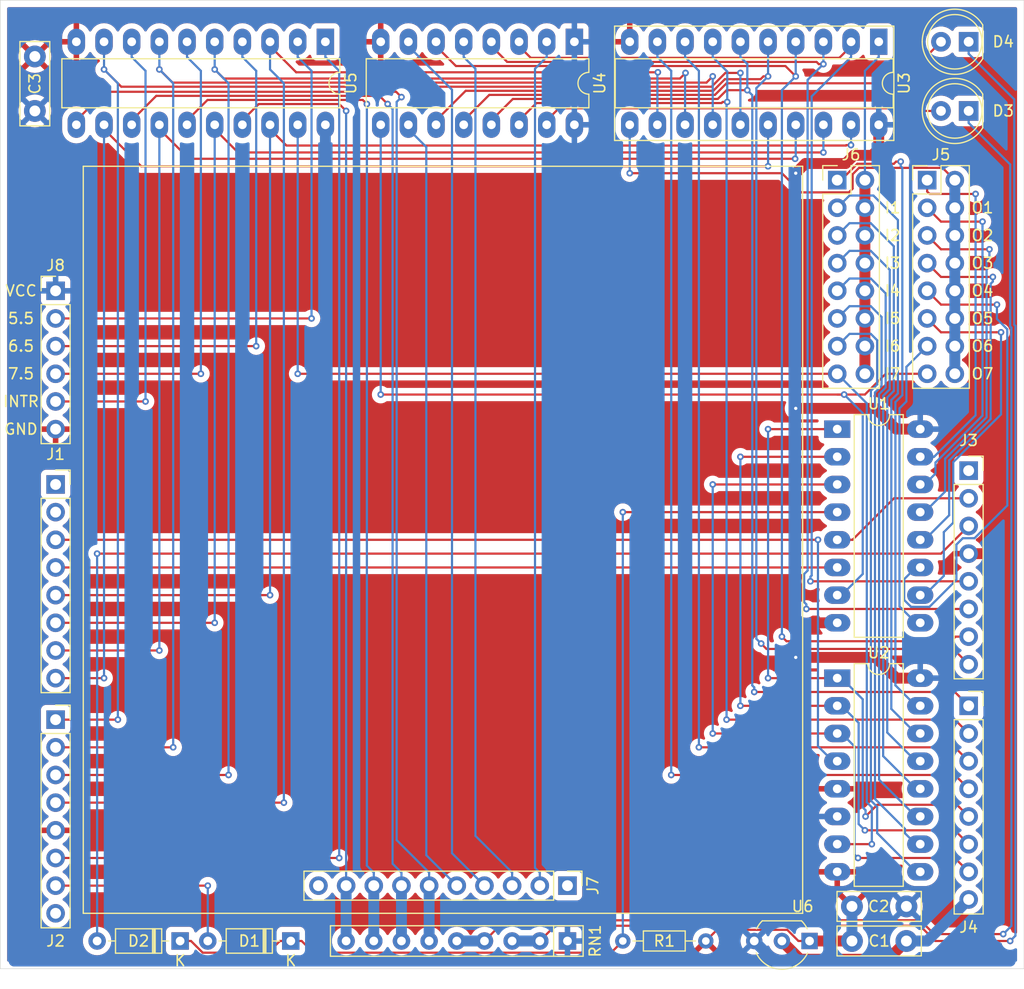
<source format=kicad_pcb>
(kicad_pcb (version 20211014) (generator pcbnew)
  (title_block (title "Novasaur Expansion Prototype") (date "2022-05-19") (rev "3") (company "Solid-state Machines") (comment 1 "Copyright (c) 2022"))
  (layers (0 "F.Cu" signal) (31 "B.Cu" signal) (37 "F.SilkS" user "F.Silkscreen") (38 "B.Mask" user) (39 "F.Mask" user) (44 "Edge.Cuts" user))
  (net 0 "")
  (net 2 "Net-(J6-Pad10)")
  (net 3 "Net-(J6-Pad9)")
  (net 4 "Net-(J6-Pad7)")
  (net 5 "Net-(J6-Pad1)")
  (net 6 "Net-(D1-Pad1)")
  (net 7 "1")
  (net 8 "C1")
  (net 9 "C3")
  (net 10 "Net-(D3-Pad2)")
  (net 11 "Net-(D3-Pad1)")
  (net 12 "Net-(D4-Pad2)")
  (net 13 "Net-(D4-Pad1)")
  (net 14 "~{eoe}")
  (net 15 "~{ioe}")
  (net 16 "C0")
  (net 17 "C9")
  (net 18 "C8")
  (net 19 "DD7")
  (net 20 "DD6")
  (net 21 "DD5")
  (net 22 "DD4")
  (net 23 "DD3")
  (net 24 "DD2")
  (net 25 "DD1")
  (net 26 "DD0")
  (net 27 "~{exec}")
  (net 28 "qclk")
  (net 29 "/INTR")
  (net 30 "/RST7.5")
  (net 31 "/RST6.5")
  (net 32 "/RST5.5")
  (net 33 "Net-(J6-Pad5)")
  (net 34 "Net-(J6-Pad3)")
  (net 35 "Net-(C1-Pad1)")
  (net 36 "PD7")
  (net 37 "PD6")
  (net 38 "PD5")
  (net 39 "PD4")
  (net 40 "PD3")
  (net 41 "PD2")
  (net 42 "PD1")
  (net 43 "PD0")
  (net 44 "~{kbdoe}")
  (net 45 "kbdcp")
  (net 48 "Net-(J5-Pad10)")
  (net 49 "Net-(J5-Pad13)")
  (net 50 "Net-(J5-Pad11)")
  (net 51 "Net-(J5-Pad9)")
  (net 52 "Net-(J5-Pad7)")
  (net 53 "Net-(J5-Pad5)")
  (net 54 "Net-(J5-Pad3)")
  (net 55 "Net-(J5-Pad1)")
  (net 56 "Net-(J6-Pad13)")
  (net 57 "Net-(J6-Pad11)")
  (net 59 "Net-(J7-Pad9)")
  (net 60 "Net-(J7-Pad8)")
  (net 61 "Net-(J7-Pad7)")
  (net 62 "Net-(J7-Pad6)")
  (net 63 "Net-(J7-Pad5)")
  (net 64 "Net-(J7-Pad4)")
  (net 65 "Net-(J7-Pad3)")
  (net 66 "Net-(J7-Pad2)")
  (net 68 "0")
  (footprint "Connector_PinHeader_2.54mm:PinHeader_1x10_P2.54mm_Vertical" (layer "F.Cu") (at 146.685 133.985 -90)
    (fp_text reference "J7")
    (fp_text value "KEYPAD")
  )
  (footprint "Connector_PinHeader_2.54mm:PinHeader_1x06_P2.54mm_Vertical" (layer "F.Cu") (at 99.695 79.375)
    (fp_text reference "J8")
    (fp_text value "INTR")
  )
  (footprint "Capacitor_THT:C_Disc_D7.5mm_W2.5mm_P5.00mm" (layer "F.Cu") (at 177.8 135.89 180)
    (fp_text reference "C2")
    (fp_text value "1u")
  )
  (footprint "Capacitor_THT:C_Disc_D7.5mm_W2.5mm_P5.00mm" (layer "F.Cu") (at 97.79 62.865 90)
    (fp_text reference "C3")
    (fp_text value "0.1u")
  )
  (footprint "Diode_THT:D_DO-35_SOD27_P7.62mm_Horizontal" (layer "F.Cu") (at 121.285 139.065 180)
    (fp_text reference "D1")
    (fp_text value "D_Schottky_Small_ALT")
  )
  (footprint "Diode_THT:D_DO-35_SOD27_P7.62mm_Horizontal" (layer "F.Cu") (at 111.125 139.065 180)
    (fp_text reference "D2")
    (fp_text value "D_Schottky_Small_ALT")
  )
  (footprint "LED_THT:LED_D5.0mm" (layer "F.Cu") (at 183.515 62.865 180)
    (fp_text reference "D3")
    (fp_text value "~O7.4")
  )
  (footprint "LED_THT:LED_D5.0mm" (layer "F.Cu") (at 183.515 56.515 180)
    (fp_text reference "D4")
    (fp_text value "~O7.5")
  )
  (footprint "Connector_PinHeader_2.54mm:PinHeader_2x08_P2.54mm_Vertical" (layer "F.Cu") (at 171.45 69.215)
    (fp_text reference "J6")
    (fp_text value "On")
  )
  (footprint "Connector_PinHeader_2.54mm:PinHeader_2x08_P2.54mm_Vertical" (layer "F.Cu") (at 179.705 69.215)
    (fp_text reference "J5")
    (fp_text value "On")
  )
  (footprint "Resistor_THT:R_Array_SIP9" (layer "F.Cu") (at 146.685 139.065 180)
    (fp_text reference "RN1")
    (fp_text value "680")
  )
  (footprint "Package_DIP:DIP-16_W7.62mm_LongPads" (layer "F.Cu") (at 171.45 114.935)
    (fp_text reference "U2")
    (fp_text value "74F138")
  )
  (footprint "Package_DIP:DIP-16_W7.62mm_LongPads" (layer "F.Cu") (at 171.45 92.075)
    (fp_text reference "U1")
    (fp_text value "74F138")
  )
  (footprint "Package_DIP:DIP-20_W7.62mm_Socket_LongPads" (layer "F.Cu") (at 175.26 56.515 -90)
    (fp_text reference "U3")
    (fp_text value "74F574")
  )
  (footprint "Package_DIP:DIP-20_W7.62mm_LongPads" (layer "F.Cu") (at 124.46 56.515 -90)
    (fp_text reference "U5")
    (fp_text value "74F244")
  )
  (footprint "Package_DIP:DIP-16_W7.62mm_LongPads" (layer "F.Cu") (at 147.32 56.515 -90)
    (fp_text reference "U4")
    (fp_text value "74F174")
  )
  (footprint "Resistor_THT:R_Axial_DIN0204_L3.6mm_D1.6mm_P7.62mm_Horizontal" (layer "F.Cu") (at 159.385 139.065 180)
    (fp_text reference "R1")
    (fp_text value "1K")
  )
  (footprint "Capacitor_THT:C_Disc_D7.5mm_W2.5mm_P5.00mm" (layer "F.Cu") (at 177.8 139.065 180)
    (fp_text reference "C1")
    (fp_text value "1u")
  )
  (footprint "Package_TO_SOT_THT:TO-92_Inline_Wide" (layer "F.Cu") (at 168.91 139.065 180)
    (fp_text reference "U6")
    (fp_text value "MCP1702-5002E")
  )
  (footprint "Connector_PinSocket_2.54mm:PinSocket_1x08_P2.54mm_Vertical" (layer "F.Cu") (at 99.695 97.155)
    (fp_text reference "J1")
    (fp_text value "IN")
  )
  (footprint "Connector_PinSocket_2.54mm:PinSocket_1x08_P2.54mm_Vertical" (layer "F.Cu") (at 99.695 118.745)
    (fp_text reference "J2")
    (fp_text value "IN")
  )
  (footprint "Connector_PinSocket_2.54mm:PinSocket_1x08_P2.54mm_Vertical" (layer "F.Cu") (at 183.515 95.885)
    (fp_text reference "J3")
    (fp_text value "OUT")
  )
  (footprint "Connector_PinSocket_2.54mm:PinSocket_1x08_P2.54mm_Vertical" (layer "F.Cu") (at 183.515 117.475)
    (fp_text reference "J4")
    (fp_text value "OUT")
  )
  (gr_line (start 102.235 136.525) (end 102.235 67.945) (layer "F.SilkS") (width 0.12))
  (gr_line (start 168.275 67.945) (end 102.235 67.945) (layer "F.SilkS") (width 0.12))
  (gr_line (start 168.275 136.525) (end 102.235 136.525) (layer "F.SilkS") (width 0.12))
  (gr_line (start 168.275 136.525) (end 168.275 67.945) (layer "F.SilkS") (width 0.12))
  (gr_line (start 94.615 52.705) (end 94.615 141.605) (layer "Edge.Cuts") (width 0.05))
  (gr_line (start 94.615 52.705) (end 188.595 52.705) (layer "Edge.Cuts") (width 0.05))
  (gr_line (start 188.595 52.705) (end 188.595 141.605) (layer "Edge.Cuts") (width 0.05))
  (gr_line (start 94.615 141.605) (end 188.595 141.605) (layer "Edge.Cuts") (width 0.05))
  (gr_text "INTR" (at 96.52 89.535) (layer "F.SilkS") (effects (font (size 1 1))))
  (gr_text "VCC" (at 96.52 79.375) (layer "F.SilkS") (effects (font (size 1 1))))
  (gr_text "O1" (at 184.785 71.755) (layer "F.SilkS") (effects (font (size 1 1))))
  (gr_text "6.5" (at 96.52 84.455) (layer "F.SilkS") (effects (font (size 1 1))))
  (gr_text "I1\n" (at 176.53 71.755) (layer "F.SilkS") (effects (font (size 1 1))))
  (gr_text "I4" (at 176.53 79.375) (layer "F.SilkS") (effects (font (size 1 1))))
  (gr_text "O7" (at 184.785 86.995) (layer "F.SilkS") (effects (font (size 1 1))))
  (gr_text "O5" (at 184.785 81.915) (layer "F.SilkS") (effects (font (size 1 1))))
  (gr_text "O2" (at 184.785 74.295) (layer "F.SilkS") (effects (font (size 1 1))))
  (gr_text "O3" (at 184.785 76.835) (layer "F.SilkS") (effects (font (size 1 1))))
  (gr_text "7.5" (at 96.52 86.995) (layer "F.SilkS") (effects (font (size 1 1))))
  (gr_text "I6" (at 176.53 84.455) (layer "F.SilkS") (effects (font (size 1 1))))
  (gr_text "I2" (at 176.53 74.295) (layer "F.SilkS") (effects (font (size 1 1))))
  (gr_text "I7" (at 176.53 86.995) (layer "F.SilkS") (effects (font (size 1 1))))
  (gr_text "5.5" (at 96.52 81.915) (layer "F.SilkS") (effects (font (size 1 1))))
  (gr_text "I3" (at 176.53 76.835) (layer "F.SilkS") (effects (font (size 1 1))))
  (gr_text "GND" (at 96.52 92.075) (layer "F.SilkS") (effects (font (size 1 1))))
  (gr_text "O6" (at 184.785 84.455) (layer "F.SilkS") (effects (font (size 1 1))))
  (gr_text "I5" (at 176.53 81.915) (layer "F.SilkS") (effects (font (size 1 1))))
  (gr_text "O4" (at 184.785 79.375) (layer "F.SilkS") (effects (font (size 1 1))))
  (segment (start 173.99 81.915) (end 173.99 84.455) (width 1) (layer "F.Cu") (net 2))
  (segment (start 173.99 74.295) (end 173.99 76.835) (width 1) (layer "F.Cu") (net 2))
  (segment (start 173.99 69.215) (end 173.99 71.755) (width 1) (layer "F.Cu") (net 2))
  (segment (start 173.99 86.995) (end 173.99 84.455) (width 1) (layer "F.Cu") (net 2))
  (segment (start 173.99 79.375) (end 173.99 81.915) (width 1) (layer "F.Cu") (net 2))
  (segment (start 173.99 76.835) (end 173.99 79.375) (width 1) (layer "F.Cu") (net 2))
  (segment (start 173.99 71.755) (end 173.99 74.295) (width 1) (layer "F.Cu") (net 2))
  (segment (start 173.99 68.012919) (end 173.99 69.215) (width 0.2) (layer "B.Cu") (net 2))
  (segment (start 173.99 59.185) (end 173.99 68.012919) (width 0.2) (layer "B.Cu") (net 2))
  (segment (start 175.26 57.915) (end 173.99 59.185) (width 0.2) (layer "B.Cu") (net 2))
  (segment (start 175.26 56.515) (end 175.26 57.915) (width 0.2) (layer "B.Cu") (net 2))
  (segment (start 178.67 127.635) (end 175.289945 124.254945) (width 0.2) (layer "B.Cu") (net 3))
  (segment (start 174.530001 78.249999) (end 172.575001 78.249999) (width 0.2) (layer "B.Cu") (net 3))
  (segment (start 175.289945 88.862991) (end 175.895 88.257936) (width 0.2) (layer "B.Cu") (net 3))
  (segment (start 175.895 88.257936) (end 175.895 79.614998) (width 0.2) (layer "B.Cu") (net 3))
  (segment (start 172.575001 78.249999) (end 172.299999 78.525001) (width 0.2) (layer "B.Cu") (net 3))
  (segment (start 175.289945 124.254945) (end 175.289945 88.862991) (width 0.2) (layer "B.Cu") (net 3))
  (segment (start 175.895 79.614998) (end 174.530001 78.249999) (width 0.2) (layer "B.Cu") (net 3))
  (segment (start 179.07 127.635) (end 178.67 127.635) (width 0.2) (layer "B.Cu") (net 3))
  (segment (start 172.299999 78.525001) (end 171.45 79.375) (width 0.2) (layer "B.Cu") (net 3))
  (segment (start 178.67 125.095) (end 175.664956 122.089956) (width 0.2) (layer "B.Cu") (net 4))
  (segment (start 176.270011 88.413271) (end 176.270011 77.450009) (width 0.2) (layer "B.Cu") (net 4))
  (segment (start 174.530001 75.709999) (end 172.575001 75.709999) (width 0.2) (layer "B.Cu") (net 4))
  (segment (start 179.07 125.095) (end 178.67 125.095) (width 0.2) (layer "B.Cu") (net 4))
  (segment (start 176.270011 77.450009) (end 174.530001 75.709999) (width 0.2) (layer "B.Cu") (net 4))
  (segment (start 172.575001 75.709999) (end 172.299999 75.985001) (width 0.2) (layer "B.Cu") (net 4))
  (segment (start 175.664956 122.089956) (end 175.664956 89.018326) (width 0.2) (layer "B.Cu") (net 4))
  (segment (start 172.299999 75.985001) (end 171.45 76.835) (width 0.2) (layer "B.Cu") (net 4))
  (segment (start 175.664956 89.018326) (end 176.270011 88.413271) (width 0.2) (layer "B.Cu") (net 4))
  (segment (start 171.794653 69.215) (end 173.294665 67.714988) (width 0.2) (layer "F.Cu") (net 5))
  (segment (start 171.45 69.215) (end 171.794653 69.215) (width 0.2) (layer "F.Cu") (net 5))
  (segment (start 173.294665 67.714988) (end 176.651438 67.714988) (width 0.2) (layer "F.Cu") (net 5))
  (segment (start 176.651438 67.714988) (end 176.851437 67.514989) (width 0.2) (layer "F.Cu") (net 5))
  (segment (start 176.851437 67.514989) (end 177.275701 67.514989) (width 0.2) (layer "F.Cu") (net 5))
  (via (at 177.275701 67.514989) (size 0.6) (drill 0.3) (layers "F.Cu" "B.Cu") (net 5))
  (segment (start 177.275701 67.939253) (end 177.275701 67.514989) (width 0.2) (layer "B.Cu") (net 5))
  (segment (start 177.424989 68.088541) (end 177.275701 67.939253) (width 0.2) (layer "B.Cu") (net 5))
  (segment (start 179.07 117.475) (end 178.67 117.475) (width 0.2) (layer "B.Cu") (net 5))
  (segment (start 176.789989 89.59666) (end 177.424989 88.96166) (width 0.2) (layer "B.Cu") (net 5))
  (segment (start 178.67 117.475) (end 176.789989 115.594989) (width 0.2) (layer "B.Cu") (net 5))
  (segment (start 177.424989 88.96166) (end 177.424989 68.088541) (width 0.2) (layer "B.Cu") (net 5))
  (segment (start 176.789989 115.594989) (end 176.789989 89.59666) (width 0.2) (layer "B.Cu") (net 5))
  (segment (start 151.765 139.065) (end 150.689999 140.140001) (width 0.2) (layer "F.Cu") (net 6))
  (segment (start 151.765 99.695) (end 171.45 99.695) (width 0.2) (layer "F.Cu") (net 6))
  (segment (start 112.125 139.065) (end 113.200001 140.140001) (width 0.2) (layer "F.Cu") (net 6))
  (segment (start 119.209999 140.140001) (end 120.285 139.065) (width 0.2) (layer "F.Cu") (net 6))
  (segment (start 123.360001 140.140001) (end 122.285 139.065) (width 0.2) (layer "F.Cu") (net 6))
  (segment (start 122.285 139.065) (end 121.285 139.065) (width 0.2) (layer "F.Cu") (net 6))
  (segment (start 111.125 139.065) (end 112.125 139.065) (width 0.2) (layer "F.Cu") (net 6))
  (segment (start 150.689999 140.140001) (end 123.360001 140.140001) (width 0.2) (layer "F.Cu") (net 6))
  (segment (start 120.285 139.065) (end 121.285 139.065) (width 0.2) (layer "F.Cu") (net 6))
  (segment (start 113.200001 140.140001) (end 119.209999 140.140001) (width 0.2) (layer "F.Cu") (net 6))
  (via (at 151.765 99.695) (size 0.6) (drill 0.3) (layers "F.Cu" "B.Cu") (net 6))
  (segment (start 151.765 139.065) (end 151.765 99.695) (width 0.2) (layer "B.Cu") (net 6))
  (segment (start 172.223623 67.689999) (end 168.530001 67.689999) (width 1) (layer "F.Cu") (net 7))
  (segment (start 168.530001 67.689999) (end 167.64 68.58) (width 1) (layer "F.Cu") (net 7))
  (segment (start 174.965 113.03) (end 176.87 114.935) (width 1) (layer "F.Cu") (net 7))
  (segment (start 175.26 64.135) (end 175.26 66.335) (width 1) (layer "F.Cu") (net 7))
  (segment (start 176.87 92.075) (end 174.965 90.17) (width 1) (layer "F.Cu") (net 7))
  (segment (start 167.64 90.17) (end 174.965 90.17) (width 1) (layer "F.Cu") (net 7))
  (segment (start 174.655023 66.939977) (end 172.973645 66.939977) (width 1) (layer "F.Cu") (net 7))
  (segment (start 175.26 66.335) (end 174.655023 66.939977) (width 1) (layer "F.Cu") (net 7))
  (segment (start 172.973645 66.939977) (end 172.223623 67.689999) (width 1) (layer "F.Cu") (net 7))
  (segment (start 176.87 114.935) (end 179.07 114.935) (width 1) (layer "F.Cu") (net 7))
  (segment (start 167.64 113.03) (end 174.965 113.03) (width 1) (layer "F.Cu") (net 7))
  (segment (start 179.07 92.075) (end 176.87 92.075) (width 1) (layer "F.Cu") (net 7))
  (via (at 167.64 90.17) (size 0.6) (drill 0.3) (layers "F.Cu" "B.Cu") (net 7))
  (via (at 167.64 68.58) (size 0.6) (drill 0.3) (layers "F.Cu" "B.Cu") (net 7))
  (via (at 167.64 113.03) (size 0.6) (drill 0.3) (layers "F.Cu" "B.Cu") (net 7))
  (segment (start 163.83 139.065) (end 165.66999 140.90499) (width 1) (layer "B.Cu") (net 7))
  (segment (start 124.46 64.135) (end 124.46 66.675) (width 1) (layer "B.Cu") (net 7))
  (segment (start 95.885 140.90499) (end 165.66999 140.90499) (width 1) (layer "B.Cu") (net 7))
  (segment (start 167.64 68.58) (end 167.64 90.17) (width 1) (layer "B.Cu") (net 7))
  (segment (start 167.64 90.17) (end 167.64 113.03) (width 1) (layer "B.Cu") (net 7))
  (segment (start 165.66999 140.90499) (end 187.325 140.90499) (width 1) (layer "B.Cu") (net 7))
  (segment (start 99.695 133.985) (end 113.665 133.985) (width 0.2) (layer "F.Cu") (net 8))
  (via (at 113.665 133.985) (size 0.6) (drill 0.3) (layers "F.Cu" "B.Cu") (net 8))
  (segment (start 113.665 133.985) (end 113.665 139.065) (width 0.2) (layer "B.Cu") (net 8))
  (segment (start 99.695 104.775) (end 171.45 104.775) (width 0.2) (layer "F.Cu") (net 9))
  (segment (start 144.78 63.735) (end 145.898889 62.616111) (width 0.2) (layer "F.Cu") (net 10))
  (segment (start 177.165 62.865) (end 179.702208 62.865) (width 0.2) (layer "F.Cu") (net 10))
  (segment (start 176.916111 62.616111) (end 177.165 62.865) (width 0.2) (layer "F.Cu") (net 10))
  (segment (start 145.898889 62.616111) (end 176.916111 62.616111) (width 0.2) (layer "F.Cu") (net 10))
  (segment (start 144.78 64.135) (end 144.78 63.735) (width 0.2) (layer "F.Cu") (net 10))
  (segment (start 179.702208 62.865) (end 180.975 62.865) (width 0.2) (layer "F.Cu") (net 10))
  (segment (start 179.075001 137.165001) (end 140.964999 137.165001) (width 0.2) (layer "F.Cu") (net 11))
  (segment (start 139.065 139.065) (end 140.964999 137.165001) (width 0.2) (layer "F.Cu") (net 11))
  (segment (start 186.69 138.43) (end 180.34 138.43) (width 0.2) (layer "F.Cu") (net 11))
  (segment (start 180.34 138.43) (end 179.075001 137.165001) (width 0.2) (layer "F.Cu") (net 11))
  (via (at 186.69 138.43) (size 0.6) (drill 0.3) (layers "F.Cu" "B.Cu") (net 11))
  (segment (start 187.435055 137.684945) (end 186.69 138.43) (width 0.2) (layer "B.Cu") (net 11))
  (segment (start 183.515 62.865) (end 183.515 63.965) (width 0.2) (layer "B.Cu") (net 11))
  (segment (start 136.525 139.065) (end 139.065 139.065) (width 1) (layer "B.Cu") (net 11))
  (segment (start 187.435055 82.753665) (end 187.435055 137.684945) (width 0.2) (layer "B.Cu") (net 11))
  (segment (start 187.325 67.775) (end 187.325 82.64361) (width 0.2) (layer "B.Cu") (net 11))
  (segment (start 183.515 63.965) (end 187.325 67.775) (width 0.2) (layer "B.Cu") (net 11))
  (segment (start 187.325 82.64361) (end 187.435055 82.753665) (width 0.2) (layer "B.Cu") (net 11))
  (segment (start 180.075001 57.414999) (end 180.975 56.515) (width 0.2) (layer "F.Cu") (net 12))
  (segment (start 137.16 64.135) (end 137.16 63.735) (width 0.2) (layer "F.Cu") (net 12))
  (segment (start 161.29 60.325) (end 177.165 60.325) (width 0.2) (layer "F.Cu") (net 12))
  (segment (start 137.16 63.735) (end 139.504912 61.390088) (width 0.2) (layer "F.Cu") (net 12))
  (segment (start 160.224912 61.390088) (end 161.29 60.325) (width 0.2) (layer "F.Cu") (net 12))
  (segment (start 177.165 60.325) (end 180.075001 57.414999) (width 0.2) (layer "F.Cu") (net 12))
  (segment (start 139.504912 61.390088) (end 160.224912 61.390088) (width 0.2) (layer "F.Cu") (net 12))
  (segment (start 180.444656 139.065) (end 179.044644 137.664988) (width 0.2) (layer "F.Cu") (net 13))
  (segment (start 145.545012 137.664988) (end 144.145 139.065) (width 0.2) (layer "F.Cu") (net 13))
  (segment (start 179.044644 137.664988) (end 145.545012 137.664988) (width 0.2) (layer "F.Cu") (net 13))
  (segment (start 187.325 139.065) (end 180.444656 139.065) (width 0.2) (layer "F.Cu") (net 13))
  (via (at 187.325 139.065) (size 0.6) (drill 0.3) (layers "F.Cu" "B.Cu") (net 13))
  (segment (start 187.700011 82.488276) (end 187.810066 82.598331) (width 0.2) (layer "B.Cu") (net 13))
  (segment (start 187.810066 82.598331) (end 187.810066 138.579934) (width 0.2) (layer "B.Cu") (net 13))
  (segment (start 183.515 56.515) (end 183.515 57.615) (width 0.2) (layer "B.Cu") (net 13))
  (segment (start 187.810066 138.579934) (end 187.325 139.065) (width 0.2) (layer "B.Cu") (net 13))
  (segment (start 183.515 57.615) (end 187.700011 61.800011) (width 0.2) (layer "B.Cu") (net 13))
  (segment (start 141.605 139.065) (end 144.145 139.065) (width 1) (layer "B.Cu") (net 13))
  (segment (start 187.700011 61.800011) (end 187.700011 82.488276) (width 0.2) (layer "B.Cu") (net 13))
  (segment (start 99.695 131.445) (end 125.73 131.445) (width 0.2) (layer "F.Cu") (net 14))
  (via (at 125.73 131.445) (size 0.6) (drill 0.3) (layers "F.Cu" "B.Cu") (net 14))
  (segment (start 125.73 59.185) (end 124.46 57.915) (width 0.2) (layer "B.Cu") (net 14))
  (segment (start 124.46 57.915) (end 124.46 56.515) (width 0.2) (layer "B.Cu") (net 14))
  (segment (start 125.73 131.445) (end 125.73 59.185) (width 0.2) (layer "B.Cu") (net 14))
  (segment (start 169.674259 102.235) (end 169.68 102.229259) (width 0.2) (layer "F.Cu") (net 15))
  (segment (start 99.695 102.235) (end 169.674259 102.235) (width 0.2) (layer "F.Cu") (net 15))
  (via (at 169.68 102.229259) (size 0.6) (drill 0.3) (layers "F.Cu" "B.Cu") (net 15))
  (segment (start 169.68 102.229259) (end 169.68 121.185) (width 0.2) (layer "B.Cu") (net 15))
  (segment (start 169.68 121.185) (end 171.05 122.555) (width 0.2) (layer "B.Cu") (net 15))
  (segment (start 171.05 122.555) (end 171.45 122.555) (width 0.2) (layer "B.Cu") (net 15))
  (segment (start 173.355 131.445) (end 182.245 131.445) (width 0.2) (layer "F.Cu") (net 16))
  (segment (start 160.02 120.015) (end 171.45 120.015) (width 0.2) (layer "F.Cu") (net 16))
  (segment (start 182.245 131.445) (end 183.515 132.715) (width 0.2) (layer "F.Cu") (net 16))
  (segment (start 171.45 97.155) (end 160.02 97.155) (width 0.2) (layer "F.Cu") (net 16))
  (via (at 160.02 120.015) (size 0.6) (drill 0.3) (layers "F.Cu" "B.Cu") (net 16))
  (via (at 160.02 97.155) (size 0.6) (drill 0.3) (layers "F.Cu" "B.Cu") (net 16))
  (via (at 173.355 131.445) (size 0.6) (drill 0.3) (layers "F.Cu" "B.Cu") (net 16))
  (segment (start 171.45 120.015) (end 171.85 120.015) (width 0.2) (layer "B.Cu") (net 16))
  (segment (start 173.039879 121.204879) (end 173.039879 131.129879) (width 0.2) (layer "B.Cu") (net 16))
  (segment (start 173.039879 131.129879) (end 173.055001 131.145001) (width 0.2) (layer "B.Cu") (net 16))
  (segment (start 171.85 120.015) (end 173.039879 121.204879) (width 0.2) (layer "B.Cu") (net 16))
  (segment (start 173.055001 131.145001) (end 173.355 131.445) (width 0.2) (layer "B.Cu") (net 16))
  (segment (start 160.02 97.155) (end 160.02 120.015) (width 0.2) (layer "B.Cu") (net 16))
  (segment (start 162.56 94.615) (end 171.45 94.615) (width 0.2) (layer "F.Cu") (net 17))
  (segment (start 173.99 128.905) (end 182.245 128.905) (width 0.2) (layer "F.Cu") (net 17))
  (segment (start 171.45 117.475) (end 162.56 117.475) (width 0.2) (layer "F.Cu") (net 17))
  (segment (start 182.245 128.905) (end 183.515 130.175) (width 0.2) (layer "F.Cu") (net 17))
  (via (at 173.99 128.905) (size 0.6) (drill 0.3) (layers "F.Cu" "B.Cu") (net 17))
  (via (at 162.56 94.615) (size 0.6) (drill 0.3) (layers "F.Cu" "B.Cu") (net 17))
  (via (at 162.56 117.475) (size 0.6) (drill 0.3) (layers "F.Cu" "B.Cu") (net 17))
  (segment (start 171.45 117.475) (end 171.85 117.475) (width 0.2) (layer "B.Cu") (net 17))
  (segment (start 173.99 128.905) (end 173.41489 128.32989) (width 0.2) (layer "B.Cu") (net 17))
  (segment (start 171.85 117.475) (end 173.41489 119.03989) (width 0.2) (layer "B.Cu") (net 17))
  (segment (start 173.41489 119.03989) (end 173.41489 128.32989) (width 0.2) (layer "B.Cu") (net 17))
  (segment (start 162.56 117.475) (end 162.56 94.615) (width 0.2) (layer "B.Cu") (net 17))
  (segment (start 182.43999 126.55999) (end 182.665001 126.785001) (width 0.2) (layer "F.Cu") (net 18))
  (segment (start 165.1 114.935) (end 171.45 114.935) (width 0.2) (layer "F.Cu") (net 18))
  (segment (start 171.45 92.075) (end 165.1 92.075) (width 0.2) (layer "F.Cu") (net 18))
  (segment (start 174.04999 127.635) (end 175.125 126.55999) (width 0.2) (layer "F.Cu") (net 18))
  (segment (start 175.125 126.55999) (end 182.43999 126.55999) (width 0.2) (layer "F.Cu") (net 18))
  (segment (start 182.665001 126.785001) (end 183.515 127.635) (width 0.2) (layer "F.Cu") (net 18))
  (via (at 165.1 114.935) (size 0.6) (drill 0.3) (layers "F.Cu" "B.Cu") (net 18))
  (via (at 165.1 92.075) (size 0.6) (drill 0.3) (layers "F.Cu" "B.Cu") (net 18))
  (via (at 174.04999 127.635) (size 0.6) (drill 0.3) (layers "F.Cu" "B.Cu") (net 18))
  (segment (start 174.04999 127.05999) (end 174.04999 127.635) (width 0.2) (layer "B.Cu") (net 18))
  (segment (start 165.1 92.075) (end 165.1 114.935) (width 0.2) (layer "B.Cu") (net 18))
  (segment (start 171.85 114.935) (end 173.789901 116.874901) (width 0.2) (layer "B.Cu") (net 18))
  (segment (start 171.45 114.935) (end 171.85 114.935) (width 0.2) (layer "B.Cu") (net 18))
  (segment (start 173.789901 116.874901) (end 173.789901 126.799901) (width 0.2) (layer "B.Cu") (net 18))
  (segment (start 173.789901 126.799901) (end 174.04999 127.05999) (width 0.2) (layer "B.Cu") (net 18))
  (segment (start 154.982688 59.315034) (end 121.780034 59.315034) (width 0.2) (layer "F.Cu") (net 19))
  (segment (start 121.780034 59.315034) (end 119.38 56.915) (width 0.2) (layer "F.Cu") (net 19))
  (segment (start 99.695 126.365) (end 120.65 126.365) (width 0.2) (layer "F.Cu") (net 19))
  (segment (start 119.38 56.915) (end 119.38 56.515) (width 0.2) (layer "F.Cu") (net 19))
  (via (at 120.65 126.365) (size 0.6) (drill 0.3) (layers "F.Cu" "B.Cu") (net 19))
  (via (at 154.982688 59.315034) (size 0.6) (drill 0.3) (layers "F.Cu" "B.Cu") (net 19))
  (segment (start 154.94 59.357722) (end 154.982688 59.315034) (width 0.2) (layer "B.Cu") (net 19))
  (segment (start 120.65 60.325) (end 119.38 59.055) (width 0.2) (layer "B.Cu") (net 19))
  (segment (start 154.94 64.135) (end 154.94 59.357722) (width 0.2) (layer "B.Cu") (net 19))
  (segment (start 119.38 59.055) (end 119.38 56.515) (width 0.2) (layer "B.Cu") (net 19))
  (segment (start 120.65 126.365) (end 120.65 60.325) (width 0.2) (layer "B.Cu") (net 19))
  (segment (start 115.135044 59.890044) (end 157.007623 59.890044) (width 0.2) (layer "F.Cu") (net 20))
  (segment (start 157.007623 59.890044) (end 157.522688 59.374979) (width 0.2) (layer "F.Cu") (net 20))
  (segment (start 99.695 123.825) (end 115.57 123.825) (width 0.2) (layer "F.Cu") (net 20))
  (segment (start 114.3 59.055) (end 115.135044 59.890044) (width 0.2) (layer "F.Cu") (net 20))
  (via (at 157.522688 59.374979) (size 0.6) (drill 0.3) (layers "F.Cu" "B.Cu") (net 20))
  (via (at 115.57 123.825) (size 0.6) (drill 0.3) (layers "F.Cu" "B.Cu") (net 20))
  (via (at 114.3 59.055) (size 0.6) (drill 0.3) (layers "F.Cu" "B.Cu") (net 20))
  (segment (start 115.57 60.325) (end 114.3 59.055) (width 0.2) (layer "B.Cu") (net 20))
  (segment (start 114.3 56.515) (end 114.3 59.055) (width 0.2) (layer "B.Cu") (net 20))
  (segment (start 157.48 64.135) (end 157.48 59.417667) (width 0.2) (layer "B.Cu") (net 20))
  (segment (start 115.57 123.825) (end 115.57 60.325) (width 0.2) (layer "B.Cu") (net 20))
  (segment (start 157.48 59.417667) (end 157.522688 59.374979) (width 0.2) (layer "B.Cu") (net 20))
  (segment (start 110.430055 60.265055) (end 159.444945 60.265055) (width 0.2) (layer "F.Cu") (net 21))
  (segment (start 159.444945 60.265055) (end 160.02 59.69) (width 0.2) (layer "F.Cu") (net 21))
  (segment (start 99.695 121.285) (end 110.49 121.285) (width 0.2) (layer "F.Cu") (net 21))
  (segment (start 109.22 59.055) (end 110.430055 60.265055) (width 0.2) (layer "F.Cu") (net 21))
  (via (at 160.02 59.69) (size 0.6) (drill 0.3) (layers "F.Cu" "B.Cu") (net 21))
  (via (at 109.22 59.055) (size 0.6) (drill 0.3) (layers "F.Cu" "B.Cu") (net 21))
  (via (at 110.49 121.285) (size 0.6) (drill 0.3) (layers "F.Cu" "B.Cu") (net 21))
  (segment (start 110.49 121.285) (end 110.49 60.325) (width 0.2) (layer "B.Cu") (net 21))
  (segment (start 109.22 56.515) (end 109.22 59.055) (width 0.2) (layer "B.Cu") (net 21))
  (segment (start 160.02 59.69) (end 160.02 64.135) (width 0.2) (layer "B.Cu") (net 21))
  (segment (start 110.49 60.325) (end 109.22 59.055) (width 0.2) (layer "B.Cu") (net 21))
  (segment (start 161.179332 59.374979) (end 159.914245 60.640066) (width 0.2) (layer "F.Cu") (net 22))
  (segment (start 105.725066 60.640066) (end 104.14 59.055) (width 0.2) (layer "F.Cu") (net 22))
  (segment (start 162.56 59.374979) (end 161.179332 59.374979) (width 0.2) (layer "F.Cu") (net 22))
  (segment (start 99.695 118.745) (end 105.41 118.745) (width 0.2) (layer "F.Cu") (net 22))
  (segment (start 159.914245 60.640066) (end 105.725066 60.640066) (width 0.2) (layer "F.Cu") (net 22))
  (via (at 104.14 59.055) (size 0.6) (drill 0.3) (layers "F.Cu" "B.Cu") (net 22))
  (via (at 105.41 118.745) (size 0.6) (drill 0.3) (layers "F.Cu" "B.Cu") (net 22))
  (via (at 162.56 59.374979) (size 0.6) (drill 0.3) (layers "F.Cu" "B.Cu") (net 22))
  (segment (start 105.41 118.745) (end 105.41 60.325) (width 0.2) (layer "B.Cu") (net 22))
  (segment (start 105.41 60.325) (end 104.14 59.055) (width 0.2) (layer "B.Cu") (net 22))
  (segment (start 104.14 56.515) (end 104.14 59.055) (width 0.2) (layer "B.Cu") (net 22))
  (segment (start 162.56 59.374979) (end 162.56 64.135) (width 0.2) (layer "B.Cu") (net 22))
  (segment (start 107.55 67.945) (end 165.1 67.945) (width 0.2) (layer "F.Cu") (net 23))
  (segment (start 104.14 114.935) (end 99.695 114.935) (width 0.2) (layer "F.Cu") (net 23))
  (segment (start 104.14 64.135) (end 104.14 64.535) (width 0.2) (layer "F.Cu") (net 23))
  (segment (start 104.14 64.535) (end 107.55 67.945) (width 0.2) (layer "F.Cu") (net 23))
  (via (at 104.14 114.935) (size 0.6) (drill 0.3) (layers "F.Cu" "B.Cu") (net 23))
  (via (at 165.1 67.945) (size 0.6) (drill 0.3) (layers "F.Cu" "B.Cu") (net 23))
  (segment (start 104.14 64.135) (end 104.14 114.935) (width 0.2) (layer "B.Cu") (net 23))
  (segment (start 165.1 67.945) (end 165.1 64.135) (width 0.2) (layer "B.Cu") (net 23))
  (segment (start 109.22 64.535) (end 109.22 64.135) (width 0.2) (layer "F.Cu") (net 24))
  (segment (start 109.22 112.395) (end 99.695 112.395) (width 0.2) (layer "F.Cu") (net 24))
  (segment (start 111.942482 67.257482) (end 109.22 64.535) (width 0.2) (layer "F.Cu") (net 24))
  (segment (start 167.583645 67.257482) (end 111.942482 67.257482) (width 0.2) (layer "F.Cu") (net 24))
  (via (at 167.583645 67.257482) (size 0.6) (drill 0.3) (layers "F.Cu" "B.Cu") (net 24))
  (via (at 109.22 112.395) (size 0.6) (drill 0.3) (layers "F.Cu" "B.Cu") (net 24))
  (segment (start 109.22 64.135) (end 109.22 112.395) (width 0.2) (layer "B.Cu") (net 24))
  (segment (start 167.64 64.135) (end 167.64 67.201127) (width 0.2) (layer "B.Cu") (net 24))
  (segment (start 167.64 67.201127) (end 167.583645 67.257482) (width 0.2) (layer "B.Cu") (net 24))
  (segment (start 116.44 66.675) (end 170.18 66.675) (width 0.2) (layer "F.Cu") (net 25))
  (segment (start 114.3 109.855) (end 99.695 109.855) (width 0.2) (layer "F.Cu") (net 25))
  (segment (start 114.3 64.135) (end 114.3 64.535) (width 0.2) (layer "F.Cu") (net 25))
  (segment (start 114.3 64.535) (end 116.44 66.675) (width 0.2) (layer "F.Cu") (net 25))
  (via (at 114.3 109.855) (size 0.6) (drill 0.3) (layers "F.Cu" "B.Cu") (net 25))
  (via (at 170.18 66.675) (size 0.6) (drill 0.3) (layers "F.Cu" "B.Cu") (net 25))
  (segment (start 114.3 64.135) (end 114.3 109.855) (width 0.2) (layer "B.Cu") (net 25))
  (segment (start 170.18 66.675) (end 170.18 64.135) (width 0.2) (layer "B.Cu") (net 25))
  (segment (start 172.284893 66.001525) (end 172.709157 66.001525) (width 0.2) (layer "F.Cu") (net 26))
  (segment (start 172.246418 66.04) (end 172.284893 66.001525) (width 0.2) (layer "F.Cu") (net 26))
  (segment (start 119.38 107.315) (end 99.695 107.315) (width 0.2) (layer "F.Cu") (net 26))
  (segment (start 119.38 64.535) (end 120.885 66.04) (width 0.2) (layer "F.Cu") (net 26))
  (segment (start 120.885 66.04) (end 172.246418 66.04) (width 0.2) (layer "F.Cu") (net 26))
  (segment (start 119.38 64.135) (end 119.38 64.535) (width 0.2) (layer "F.Cu") (net 26))
  (via (at 119.38 107.315) (size 0.6) (drill 0.3) (layers "F.Cu" "B.Cu") (net 26))
  (via (at 172.709157 66.001525) (size 0.6) (drill 0.3) (layers "F.Cu" "B.Cu") (net 26))
  (segment (start 119.38 64.135) (end 119.38 107.315) (width 0.2) (layer "B.Cu") (net 26))
  (segment (start 172.72 65.990682) (end 172.709157 66.001525) (width 0.2) (layer "B.Cu") (net 26))
  (segment (start 172.72 64.135) (end 172.72 65.990682) (width 0.2) (layer "B.Cu") (net 26))
  (segment (start 180.975 103.505) (end 103.505 103.505) (width 0.2) (layer "F.Cu") (net 27))
  (segment (start 182.665001 101.814999) (end 180.975 103.505) (width 0.2) (layer "F.Cu") (net 27))
  (segment (start 183.515 100.965) (end 182.665001 101.814999) (width 0.2) (layer "F.Cu") (net 27))
  (via (at 103.505 103.505) (size 0.6) (drill 0.3) (layers "F.Cu" "B.Cu") (net 27))
  (segment (start 103.505 139.065) (end 103.505 103.505) (width 0.2) (layer "B.Cu") (net 27))
  (segment (start 182.312919 98.425) (end 183.515 98.425) (width 0.2) (layer "F.Cu") (net 28))
  (segment (start 171.45 102.235) (end 172.85 102.235) (width 0.2) (layer "F.Cu") (net 28))
  (segment (start 172.85 102.235) (end 176.66 98.425) (width 0.2) (layer "F.Cu") (net 28))
  (segment (start 176.66 98.425) (end 182.312919 98.425) (width 0.2) (layer "F.Cu") (net 28))
  (segment (start 107.95 89.535) (end 99.695 89.535) (width 0.2) (layer "F.Cu") (net 29))
  (via (at 107.95 89.535) (size 0.6) (drill 0.3) (layers "F.Cu" "B.Cu") (net 29))
  (segment (start 106.68 57.915) (end 107.95 59.185) (width 0.2) (layer "B.Cu") (net 29))
  (segment (start 107.95 59.185) (end 107.95 89.535) (width 0.2) (layer "B.Cu") (net 29))
  (segment (start 106.68 56.515) (end 106.68 57.915) (width 0.2) (layer "B.Cu") (net 29))
  (segment (start 113.03 86.995) (end 99.695 86.995) (width 0.2) (layer "F.Cu") (net 30))
  (via (at 113.03 86.995) (size 0.6) (drill 0.3) (layers "F.Cu" "B.Cu") (net 30))
  (segment (start 111.76 56.515) (end 111.76 57.915) (width 0.2) (layer "B.Cu") (net 30))
  (segment (start 111.76 57.915) (end 113.03 59.185) (width 0.2) (layer "B.Cu") (net 30))
  (segment (start 113.03 59.185) (end 113.03 86.995) (width 0.2) (layer "B.Cu") (net 30))
  (segment (start 118.11 84.455) (end 99.695 84.455) (width 0.2) (layer "F.Cu") (net 31))
  (via (at 118.11 84.455) (size 0.6) (drill 0.3) (layers "F.Cu" "B.Cu") (net 31))
  (segment (start 118.11 59.185) (end 118.11 84.455) (width 0.2) (layer "B.Cu") (net 31))
  (segment (start 116.84 57.915) (end 118.11 59.185) (width 0.2) (layer "B.Cu") (net 31))
  (segment (start 116.84 56.515) (end 116.84 57.915) (width 0.2) (layer "B.Cu") (net 31))
  (segment (start 123.19 81.915) (end 99.695 81.915) (width 0.2) (layer "F.Cu") (net 32))
  (via (at 123.19 81.915) (size 0.6) (drill 0.3) (layers "F.Cu" "B.Cu") (net 32))
  (segment (start 121.92 56.515) (end 121.92 57.915) (width 0.2) (layer "B.Cu") (net 32))
  (segment (start 121.92 57.915) (end 123.19 59.185) (width 0.2) (layer "B.Cu") (net 32))
  (segment (start 123.19 59.185) (end 123.19 81.915) (width 0.2) (layer "B.Cu") (net 32))
  (segment (start 176.645022 75.28502) (end 174.530001 73.169999) (width 0.2) (layer "B.Cu") (net 33))
  (segment (start 179.07 122.555) (end 178.67 122.555) (width 0.2) (layer "B.Cu") (net 33))
  (segment (start 176.645022 88.568604) (end 176.645022 75.28502) (width 0.2) (layer "B.Cu") (net 33))
  (segment (start 172.575001 73.169999) (end 172.299999 73.445001) (width 0.2) (layer "B.Cu") (net 33))
  (segment (start 176.039962 89.173664) (end 176.645022 88.568604) (width 0.2) (layer "B.Cu") (net 33))
  (segment (start 178.67 122.555) (end 176.039962 119.924962) (width 0.2) (layer "B.Cu") (net 33))
  (segment (start 172.299999 73.445001) (end 171.45 74.295) (width 0.2) (layer "B.Cu") (net 33))
  (segment (start 174.530001 73.169999) (end 172.575001 73.169999) (width 0.2) (layer "B.Cu") (net 33))
  (segment (start 176.039962 119.924962) (end 176.039962 89.173664) (width 0.2) (layer "B.Cu") (net 33))
  (segment (start 177.020033 72.880033) (end 177.020033 88.798826) (width 0.2) (layer "B.Cu") (net 34))
  (segment (start 174.769999 70.629999) (end 177.020033 72.880033) (width 0.2) (layer "B.Cu") (net 34))
  (segment (start 172.575001 70.629999) (end 174.769999 70.629999) (width 0.2) (layer "B.Cu") (net 34))
  (segment (start 178.67 120.015) (end 179.07 120.015) (width 0.2) (layer "B.Cu") (net 34))
  (segment (start 171.45 71.755) (end 172.575001 70.629999) (width 0.2) (layer "B.Cu") (net 34))
  (segment (start 176.414978 117.759978) (end 178.67 120.015) (width 0.2) (layer "B.Cu") (net 34))
  (segment (start 176.414978 89.403881) (end 176.414978 117.759978) (width 0.2) (layer "B.Cu") (net 34))
  (segment (start 177.020033 88.798826) (end 176.414978 89.403881) (width 0.2) (layer "B.Cu") (net 34))
  (segment (start 168.045001 140.740001) (end 176.124999 140.740001) (width 1) (layer "F.Cu") (net 35))
  (segment (start 166.37 139.065) (end 168.045001 140.740001) (width 1) (layer "F.Cu") (net 35))
  (segment (start 176.124999 140.740001) (end 177.8 139.065) (width 1) (layer "F.Cu") (net 35))
  (segment (start 177.8 139.065) (end 179.705 139.065) (width 1) (layer "B.Cu") (net 35))
  (segment (start 179.705 139.065) (end 183.515 135.255) (width 1) (layer "B.Cu") (net 35))
  (segment (start 156.21 123.825) (end 182.245 123.825) (width 0.2) (layer "F.Cu") (net 36))
  (segment (start 183.515 125.095) (end 182.245 123.825) (width 0.2) (layer "F.Cu") (net 36))
  (via (at 156.21 123.825) (size 0.6) (drill 0.3) (layers "F.Cu" "B.Cu") (net 36))
  (segment (start 154.94 57.915) (end 154.94 56.515) (width 0.2) (layer "B.Cu") (net 36))
  (segment (start 156.21 59.185) (end 154.94 57.915) (width 0.2) (layer "B.Cu") (net 36))
  (segment (start 156.21 123.825) (end 156.21 59.185) (width 0.2) (layer "B.Cu") (net 36))
  (segment (start 182.245 121.285) (end 183.515 122.555) (width 0.2) (layer "F.Cu") (net 37))
  (segment (start 158.75 121.285) (end 182.245 121.285) (width 0.2) (layer "F.Cu") (net 37))
  (via (at 158.75 121.285) (size 0.6) (drill 0.3) (layers "F.Cu" "B.Cu") (net 37))
  (segment (start 158.75 121.285) (end 158.75 59.185) (width 0.2) (layer "B.Cu") (net 37))
  (segment (start 157.48 57.915) (end 157.48 56.515) (width 0.2) (layer "B.Cu") (net 37))
  (segment (start 158.75 59.185) (end 157.48 57.915) (width 0.2) (layer "B.Cu") (net 37))
  (segment (start 160.829377 62.14011) (end 160.928386 62.041101) (width 0.2) (layer "F.Cu") (net 38))
  (segment (start 143.83489 62.14011) (end 160.829377 62.14011) (width 0.2) (layer "F.Cu") (net 38))
  (segment (start 160.928386 62.041101) (end 161.35265 62.041101) (width 0.2) (layer "F.Cu") (net 38))
  (segment (start 182.245 118.745) (end 183.515 120.015) (width 0.2) (layer "F.Cu") (net 38))
  (segment (start 142.24 64.135) (end 142.24 63.735) (width 0.2) (layer "F.Cu") (net 38))
  (segment (start 142.24 63.735) (end 143.83489 62.14011) (width 0.2) (layer "F.Cu") (net 38))
  (segment (start 161.29 118.745) (end 182.245 118.745) (width 0.2) (layer "F.Cu") (net 38))
  (via (at 161.29 118.745) (size 0.6) (drill 0.3) (layers "F.Cu" "B.Cu") (net 38))
  (via (at 161.35265 62.041101) (size 0.6) (drill 0.3) (layers "F.Cu" "B.Cu") (net 38))
  (segment (start 161.29 118.745) (end 161.29 62.103751) (width 0.2) (layer "B.Cu") (net 38))
  (segment (start 161.35265 59.24765) (end 160.02 57.915) (width 0.2) (layer "B.Cu") (net 38))
  (segment (start 161.35265 62.041101) (end 161.35265 59.24765) (width 0.2) (layer "B.Cu") (net 38))
  (segment (start 161.29 62.103751) (end 161.35265 62.041101) (width 0.2) (layer "B.Cu") (net 38))
  (segment (start 160.02 57.915) (end 160.02 56.515) (width 0.2) (layer "B.Cu") (net 38))
  (segment (start 141.669901 61.765099) (end 139.7 63.735) (width 0.2) (layer "F.Cu") (net 39))
  (segment (start 160.484901 61.765099) (end 141.669901 61.765099) (width 0.2) (layer "F.Cu") (net 39))
  (segment (start 182.245 116.205) (end 183.515 117.475) (width 0.2) (layer "F.Cu") (net 39))
  (segment (start 161.29 60.96) (end 160.484901 61.765099) (width 0.2) (layer "F.Cu") (net 39))
  (segment (start 139.7 63.735) (end 139.7 64.135) (width 0.2) (layer "F.Cu") (net 39))
  (segment (start 163.195 60.96) (end 161.29 60.96) (width 0.2) (layer "F.Cu") (net 39))
  (segment (start 163.83 116.205) (end 182.245 116.205) (width 0.2) (layer "F.Cu") (net 39))
  (via (at 163.83 116.205) (size 0.6) (drill 0.3) (layers "F.Cu" "B.Cu") (net 39))
  (via (at 163.195 60.96) (size 0.6) (drill 0.3) (layers "F.Cu" "B.Cu") (net 39))
  (segment (start 163.195 60.96) (end 163.195 58.55) (width 0.2) (layer "B.Cu") (net 39))
  (segment (start 162.56 57.915) (end 162.56 56.515) (width 0.2) (layer "B.Cu") (net 39))
  (segment (start 163.83 115.780736) (end 163.649979 115.600715) (width 0.2) (layer "B.Cu") (net 39))
  (segment (start 163.83 116.205) (end 163.83 115.780736) (width 0.2) (layer "B.Cu") (net 39))
  (segment (start 163.195 58.55) (end 162.56 57.915) (width 0.2) (layer "B.Cu") (net 39))
  (segment (start 163.649979 115.600715) (end 163.649979 61.414979) (width 0.2) (layer "B.Cu") (net 39))
  (segment (start 163.649979 61.414979) (end 163.195 60.96) (width 0.2) (layer "B.Cu") (net 39))
  (segment (start 134.62 63.735) (end 137.339923 61.015077) (width 0.2) (layer "F.Cu") (net 40))
  (segment (start 182.104989 112.254989) (end 183.515 113.665) (width 0.2) (layer "F.Cu") (net 40))
  (segment (start 137.339923 61.015077) (end 160.069579 61.015077) (width 0.2) (layer "F.Cu") (net 40))
  (segment (start 164.415747 59.949989) (end 164.675736 59.69) (width 0.2) (layer "F.Cu") (net 40))
  (segment (start 164.675736 59.69) (end 165.1 59.69) (width 0.2) (layer "F.Cu") (net 40))
  (segment (start 164.959989 112.254989) (end 182.104989 112.254989) (width 0.2) (layer "F.Cu") (net 40))
  (segment (start 161.134666 59.949989) (end 164.415747 59.949989) (width 0.2) (layer "F.Cu") (net 40))
  (segment (start 160.069579 61.015077) (end 161.134666 59.949989) (width 0.2) (layer "F.Cu") (net 40))
  (segment (start 164.465 111.76) (end 164.959989 112.254989) (width 0.2) (layer "F.Cu") (net 40))
  (segment (start 134.62 64.135) (end 134.62 63.735) (width 0.2) (layer "F.Cu") (net 40))
  (via (at 165.1 59.69) (size 0.6) (drill 0.3) (layers "F.Cu" "B.Cu") (net 40))
  (via (at 164.465 111.76) (size 0.6) (drill 0.3) (layers "F.Cu" "B.Cu") (net 40))
  (segment (start 164.465 111.76) (end 164.02499 111.31999) (width 0.2) (layer "B.Cu") (net 40))
  (segment (start 165.1 56.515) (end 165.1 59.69) (width 0.2) (layer "B.Cu") (net 40))
  (segment (start 164.02499 111.31999) (end 164.02499 60.76501) (width 0.2) (layer "B.Cu") (net 40))
  (segment (start 164.02499 60.76501) (end 165.1 59.69) (width 0.2) (layer "B.Cu") (net 40))
  (segment (start 134.62 56.515) (end 134.62 56.915) (width 0.2) (layer "F.Cu") (net 41))
  (segment (start 134.62 56.915) (end 136.445032 58.740032) (width 0.2) (layer "F.Cu") (net 41))
  (segment (start 136.445032 58.740032) (end 166.690032 58.740032) (width 0.2) (layer "F.Cu") (net 41))
  (segment (start 181.892918 111.545001) (end 166.790001 111.545001) (width 0.2) (layer "F.Cu") (net 41))
  (segment (start 183.515 111.125) (end 182.312919 111.125) (width 0.2) (layer "F.Cu") (net 41))
  (segment (start 166.790001 111.545001) (end 166.37 111.125) (width 0.2) (layer "F.Cu") (net 41))
  (segment (start 182.312919 111.125) (end 181.892918 111.545001) (width 0.2) (layer "F.Cu") (net 41))
  (segment (start 167.64 59.69) (end 166.690032 58.740032) (width 0.2) (layer "F.Cu") (net 41))
  (via (at 167.64 59.69) (size 0.6) (drill 0.3) (layers "F.Cu" "B.Cu") (net 41))
  (via (at 166.37 111.125) (size 0.6) (drill 0.3) (layers "F.Cu" "B.Cu") (net 41))
  (segment (start 167.64 59.69) (end 167.64 56.515) (width 0.2) (layer "B.Cu") (net 41))
  (segment (start 166.37 60.96) (end 167.64 59.69) (width 0.2) (layer "B.Cu") (net 41))
  (segment (start 166.37 111.125) (end 166.37 60.96) (width 0.2) (layer "B.Cu") (net 41))
  (segment (start 169.555731 58.365021) (end 169.755736 58.565026) (width 0.2) (layer "F.Cu") (net 42))
  (segment (start 169.755736 58.565026) (end 170.18 58.565026) (width 0.2) (layer "F.Cu") (net 42))
  (segment (start 183.515 108.585) (end 168.61501 108.585) (width 0.2) (layer "F.Cu") (net 42))
  (segment (start 139.7 56.915) (end 141.150021 58.365021) (width 0.2) (layer "F.Cu") (net 42))
  (segment (start 141.150021 58.365021) (end 169.555731 58.365021) (width 0.2) (layer "F.Cu") (net 42))
  (segment (start 139.7 56.515) (end 139.7 56.915) (width 0.2) (layer "F.Cu") (net 42))
  (via (at 168.61501 108.585) (size 0.6) (drill 0.3) (layers "F.Cu" "B.Cu") (net 42))
  (via (at 170.18 58.565026) (size 0.6) (drill 0.3) (layers "F.Cu" "B.Cu") (net 42))
  (segment (start 168.415011 107.960737) (end 168.61501 108.160736) (width 0.2) (layer "B.Cu") (net 42))
  (segment (start 168.729979 105.059676) (end 168.415011 105.374644) (width 0.2) (layer "B.Cu") (net 42))
  (segment (start 168.415011 105.374644) (end 168.415011 107.960737) (width 0.2) (layer "B.Cu") (net 42))
  (segment (start 168.729979 60.015047) (end 168.729979 105.059676) (width 0.2) (layer "B.Cu") (net 42))
  (segment (start 170.18 58.565026) (end 168.729979 60.015047) (width 0.2) (layer "B.Cu") (net 42))
  (segment (start 170.18 58.565026) (end 170.18 56.515) (width 0.2) (layer "B.Cu") (net 42))
  (segment (start 168.61501 108.160736) (end 168.61501 108.585) (width 0.2) (layer "B.Cu") (net 42))
  (segment (start 142.24 56.515) (end 142.24 56.915) (width 0.2) (layer "F.Cu") (net 43))
  (segment (start 172.72 56.915) (end 172.72 56.515) (width 0.2) (layer "F.Cu") (net 43))
  (segment (start 183.515 106.045) (end 168.990021 106.045) (width 0.2) (layer "F.Cu") (net 43))
  (segment (start 171.64499 57.99001) (end 172.72 56.915) (width 0.2) (layer "F.Cu") (net 43))
  (segment (start 142.24 56.915) (end 143.31501 57.99001) (width 0.2) (layer "F.Cu") (net 43))
  (segment (start 143.31501 57.99001) (end 171.64499 57.99001) (width 0.2) (layer "F.Cu") (net 43))
  (via (at 168.990021 106.045) (size 0.6) (drill 0.3) (layers "F.Cu" "B.Cu") (net 43))
  (segment (start 169.10499 61.53001) (end 169.10499 105.505767) (width 0.2) (layer "B.Cu") (net 43))
  (segment (start 172.72 57.915) (end 169.10499 61.53001) (width 0.2) (layer "B.Cu") (net 43))
  (segment (start 172.72 56.515) (end 172.72 57.915) (width 0.2) (layer "B.Cu") (net 43))
  (segment (start 169.10499 105.505767) (end 168.990021 105.620736) (width 0.2) (layer "B.Cu") (net 43))
  (segment (start 168.990021 105.620736) (end 168.990021 106.045) (width 0.2) (layer "B.Cu") (net 43))
  (segment (start 174.625 130.175) (end 171.45 130.175) (width 0.2) (layer "F.Cu") (net 44))
  (segment (start 171.45 86.995) (end 121.92 86.995) (width 0.2) (layer "F.Cu") (net 44))
  (via (at 121.92 86.995) (size 0.6) (drill 0.3) (layers "F.Cu" "B.Cu") (net 44))
  (via (at 174.625 130.175) (size 0.6) (drill 0.3) (layers "F.Cu" "B.Cu") (net 44))
  (segment (start 171.45 86.995) (end 174.164912 89.709912) (width 0.2) (layer "B.Cu") (net 44))
  (segment (start 174.625 126.79069) (end 174.625 130.175) (width 0.2) (layer "B.Cu") (net 44))
  (segment (start 121.92 86.995) (end 121.92 64.135) (width 0.2) (layer "B.Cu") (net 44))
  (segment (start 174.164912 126.330602) (end 174.625 126.79069) (width 0.2) (layer "B.Cu") (net 44))
  (segment (start 174.164912 89.709912) (end 174.164912 126.330602) (width 0.2) (layer "B.Cu") (net 44))
  (segment (start 175.895 86.995) (end 179.705 86.995) (width 0.2) (layer "F.Cu") (net 45))
  (segment (start 173.99 88.9) (end 175.895 86.995) (width 0.2) (layer "F.Cu") (net 45))
  (segment (start 171.45 88.9) (end 173.99 88.9) (width 0.2) (layer "F.Cu") (net 45))
  (segment (start 172.085 88.9) (end 129.54 88.9) (width 0.2) (layer "F.Cu") (net 45))
  (via (at 129.54 88.9) (size 0.6) (drill 0.3) (layers "F.Cu" "B.Cu") (net 45))
  (via (at 172.085 88.9) (size 0.6) (drill 0.3) (layers "F.Cu" "B.Cu") (net 45))
  (segment (start 173.789901 105.375099) (end 171.85 107.315) (width 0.2) (layer "B.Cu") (net 45))
  (segment (start 129.54 64.135) (end 129.54 88.9) (width 0.2) (layer "B.Cu") (net 45))
  (segment (start 173.789901 90.604901) (end 173.789901 105.375099) (width 0.2) (layer "B.Cu") (net 45))
  (segment (start 171.85 107.315) (end 171.45 107.315) (width 0.2) (layer "B.Cu") (net 45))
  (segment (start 172.085 88.9) (end 173.789901 90.604901) (width 0.2) (layer "B.Cu") (net 45))
  (segment (start 166.37 68.58) (end 152.4 68.58) (width 0.2) (layer "F.Cu") (net 48))
  (segment (start 172.520001 70.340001) (end 168.130001 70.340001) (width 0.2) (layer "F.Cu") (net 48))
  (segment (start 181.119999 68.089999) (end 173.449999 68.089999) (width 0.2) (layer "F.Cu") (net 48))
  (segment (start 168.130001 70.340001) (end 166.37 68.58) (width 0.2) (layer "F.Cu") (net 48))
  (segment (start 172.864999 68.674999) (end 172.864999 69.995003) (width 0.2) (layer "F.Cu") (net 48))
  (segment (start 182.245 69.215) (end 181.119999 68.089999) (width 0.2) (layer "F.Cu") (net 48))
  (segment (start 172.864999 69.995003) (end 172.520001 70.340001) (width 0.2) (layer "F.Cu") (net 48))
  (segment (start 173.449999 68.089999) (end 172.864999 68.674999) (width 0.2) (layer "F.Cu") (net 48))
  (via (at 152.4 68.58) (size 0.6) (drill 0.3) (layers "F.Cu" "B.Cu") (net 48))
  (segment (start 182.245 69.215) (end 182.245 71.755) (width 1) (layer "B.Cu") (net 48))
  (segment (start 182.245 74.295) (end 182.245 76.835) (width 1) (layer "B.Cu") (net 48))
  (segment (start 182.245 71.755) (end 182.245 74.295) (width 1) (layer "B.Cu") (net 48))
  (segment (start 182.245 86.995) (end 182.245 84.455) (width 1) (layer "B.Cu") (net 48))
  (segment (start 182.245 81.915) (end 182.245 84.455) (width 1) (layer "B.Cu") (net 48))
  (segment (start 152.4 64.135) (end 152.4 68.58) (width 0.2) (layer "B.Cu") (net 48))
  (segment (start 182.245 79.375) (end 182.245 81.915) (width 1) (layer "B.Cu") (net 48))
  (segment (start 182.245 76.835) (end 182.245 79.375) (width 1) (layer "B.Cu") (net 48))
  (segment (start 177.8 86.36) (end 178.855001 85.304999) (width 0.2) (layer "B.Cu") (net 49))
  (segment (start 178.855001 85.304999) (end 179.705 84.455) (width 0.2) (layer "B.Cu") (net 49))
  (segment (start 177.8 89.535) (end 177.8 86.36) (width 0.2) (layer "B.Cu") (net 49))
  (segment (start 177.165 90.17) (end 177.8 89.535) (width 0.2) (layer "B.Cu") (net 49))
  (segment (start 179.07 109.855) (end 178.67 109.855) (width 0.2) (layer "B.Cu") (net 49))
  (segment (start 178.67 109.855) (end 177.165 108.35) (width 0.2) (layer "B.Cu") (net 49))
  (segment (start 177.165 108.35) (end 177.165 90.17) (width 0.2) (layer "B.Cu") (net 49))
  (segment (start 179.705 81.915) (end 180.975 83.185) (width 0.2) (layer "F.Cu") (net 50))
  (segment (start 180.975 83.185) (end 186.060779 83.185) (width 0.2) (layer "F.Cu") (net 50))
  (segment (start 186.060779 83.185) (end 186.485043 83.185) (width 0.2) (layer "F.Cu") (net 50))
  (via (at 186.485043 83.185) (size 0.6) (drill 0.3) (layers "F.Cu" "B.Cu") (net 50))
  (segment (start 179.47 107.315) (end 181.234989 105.550011) (width 0.2) (layer "B.Cu") (net 50))
  (segment (start 186.485043 90.719955) (end 186.485043 83.609264) (width 0.2) (layer "B.Cu") (net 50))
  (segment (start 182.100031 100.665657) (end 182.100031 95.104967) (width 0.2) (layer "B.Cu") (net 50))
  (segment (start 182.100031 95.104967) (end 186.485043 90.719955) (width 0.2) (layer "B.Cu") (net 50))
  (segment (start 181.234989 105.550011) (end 181.234989 101.530699) (width 0.2) (layer "B.Cu") (net 50))
  (segment (start 179.07 107.315) (end 179.47 107.315) (width 0.2) (layer "B.Cu") (net 50))
  (segment (start 186.485043 83.609264) (end 186.485043 83.185) (width 0.2) (layer "B.Cu") (net 50))
  (segment (start 181.234989 101.530699) (end 182.100031 100.665657) (width 0.2) (layer "B.Cu") (net 50))
  (segment (start 180.975 80.645) (end 185.685768 80.645) (width 0.2) (layer "F.Cu") (net 51))
  (segment (start 185.685768 80.645) (end 186.110032 80.645) (width 0.2) (layer "F.Cu") (net 51))
  (segment (start 179.705 79.375) (end 180.975 80.645) (width 0.2) (layer "F.Cu") (net 51))
  (via (at 186.110032 80.645) (size 0.6) (drill 0.3) (layers "F.Cu" "B.Cu") (net 51))
  (segment (start 187.060044 82.908999) (end 187.060044 99.084958) (width 0.2) (layer "B.Cu") (net 51))
  (segment (start 177.59499 107.760283) (end 177.59499 105.85001) (width 0.2) (layer "B.Cu") (net 51))
  (segment (start 179.915283 108.39001) (end 178.224717 108.39001) (width 0.2) (layer "B.Cu") (net 51))
  (segment (start 187.060044 99.084958) (end 184.055001 102.090001) (width 0.2) (layer "B.Cu") (net 51))
  (segment (start 184.055001 102.090001) (end 182.974999 102.090001) (width 0.2) (layer "B.Cu") (net 51))
  (segment (start 178.224717 108.39001) (end 177.59499 107.760283) (width 0.2) (layer "B.Cu") (net 51))
  (segment (start 178.67 104.775) (end 179.07 104.775) (width 0.2) (layer "B.Cu") (net 51))
  (segment (start 177.59499 105.85001) (end 178.67 104.775) (width 0.2) (layer "B.Cu") (net 51))
  (segment (start 182.974999 102.090001) (end 182.389999 102.675001) (width 0.2) (layer "B.Cu") (net 51))
  (segment (start 186.110032 80.645) (end 186.110032 81.958987) (width 0.2) (layer "B.Cu") (net 51))
  (segment (start 182.389999 105.915294) (end 179.915283 108.39001) (width 0.2) (layer "B.Cu") (net 51))
  (segment (start 186.110032 81.958987) (end 187.060044 82.908999) (width 0.2) (layer "B.Cu") (net 51))
  (segment (start 182.389999 102.675001) (end 182.389999 105.915294) (width 0.2) (layer "B.Cu") (net 51))
  (segment (start 179.705 76.835) (end 180.975 78.105) (width 0.2) (layer "F.Cu") (net 52))
  (segment (start 180.975 78.105) (end 185.310757 78.105) (width 0.2) (layer "F.Cu") (net 52))
  (segment (start 185.310757 78.105) (end 185.735021 78.105) (width 0.2) (layer "F.Cu") (net 52))
  (via (at 185.735021 78.105) (size 0.6) (drill 0.3) (layers "F.Cu" "B.Cu") (net 52))
  (segment (start 179.47 102.235) (end 179.07 102.235) (width 0.2) (layer "B.Cu") (net 52))
  (segment (start 185.535022 78.729263) (end 185.535022 91.139632) (width 0.2) (layer "B.Cu") (net 52))
  (segment (start 185.735021 78.105) (end 185.735021 78.529264) (width 0.2) (layer "B.Cu") (net 52))
  (segment (start 185.535022 91.139632) (end 181.72502 94.949633) (width 0.2) (layer "B.Cu") (net 52))
  (segment (start 185.735021 78.529264) (end 185.535022 78.729263) (width 0.2) (layer "B.Cu") (net 52))
  (segment (start 181.72502 99.97998) (end 179.47 102.235) (width 0.2) (layer "B.Cu") (net 52))
  (segment (start 181.72502 94.949633) (end 181.72502 99.97998) (width 0.2) (layer "B.Cu") (net 52))
  (segment (start 185.42 75.565) (end 180.975 75.565) (width 0.2) (layer "F.Cu") (net 53))
  (segment (start 180.975 75.565) (end 179.705 74.295) (width 0.2) (layer "F.Cu") (net 53))
  (via (at 185.42 75.565) (size 0.6) (drill 0.3) (layers "F.Cu" "B.Cu") (net 53))
  (segment (start 185.160011 76.575011) (end 185.160011 90.984299) (width 0.2) (layer "B.Cu") (net 53))
  (segment (start 185.160011 90.984299) (end 181.350009 94.794299) (width 0.2) (layer "B.Cu") (net 53))
  (segment (start 181.350009 94.794299) (end 181.350009 97.814991) (width 0.2) (layer "B.Cu") (net 53))
  (segment (start 185.42 76.315022) (end 185.160011 76.575011) (width 0.2) (layer "B.Cu") (net 53))
  (segment (start 185.42 75.565) (end 185.42 76.315022) (width 0.2) (layer "B.Cu") (net 53))
  (segment (start 181.350009 97.814991) (end 179.47 99.695) (width 0.2) (layer "B.Cu") (net 53))
  (segment (start 179.47 99.695) (end 179.07 99.695) (width 0.2) (layer "B.Cu") (net 53))
  (segment (start 184.785 73.025) (end 180.975 73.025) (width 0.2) (layer "F.Cu") (net 54))
  (segment (start 180.975 73.025) (end 179.705 71.755) (width 0.2) (layer "F.Cu") (net 54))
  (via (at 184.785 73.025) (size 0.6) (drill 0.3) (layers "F.Cu" "B.Cu") (net 54))
  (segment (start 179.07 97.155) (end 179.47 97.155) (width 0.2) (layer "B.Cu") (net 54))
  (segment (start 184.785 90.828966) (end 184.785 73.449264) (width 0.2) (layer "B.Cu") (net 54))
  (segment (start 180.47 96.155) (end 180.47 95.143966) (width 0.2) (layer "B.Cu") (net 54))
  (segment (start 184.785 73.449264) (end 184.785 73.025) (width 0.2) (layer "B.Cu") (net 54))
  (segment (start 179.47 97.155) (end 180.47 96.155) (width 0.2) (layer "B.Cu") (net 54))
  (segment (start 180.47 95.143966) (end 184.785 90.828966) (width 0.2) (layer "B.Cu") (net 54))
  (segment (start 179.705 70.265) (end 179.705 69.215) (width 0.2) (layer "F.Cu") (net 55))
  (segment (start 184.15 70.485) (end 179.925 70.485) (width 0.2) (layer "F.Cu") (net 55))
  (segment (start 179.925 70.485) (end 179.705 70.265) (width 0.2) (layer "F.Cu") (net 55))
  (via (at 184.15 70.485) (size 0.6) (drill 0.3) (layers "F.Cu" "B.Cu") (net 55))
  (segment (start 184.15 90.805) (end 184.15 70.485) (width 0.2) (layer "B.Cu") (net 55))
  (segment (start 179.07 94.615) (end 180.34 94.615) (width 0.2) (layer "B.Cu") (net 55))
  (segment (start 180.34 94.615) (end 184.15 90.805) (width 0.2) (layer "B.Cu") (net 55))
  (segment (start 175.115001 126.750345) (end 174.539923 126.175268) (width 0.2) (layer "B.Cu") (net 56))
  (segment (start 175.115001 83.914999) (end 174.530001 83.329999) (width 0.2) (layer "B.Cu") (net 56))
  (segment (start 178.67 132.715) (end 175.115001 129.160001) (width 0.2) (layer "B.Cu") (net 56))
  (segment (start 174.539923 88.552326) (end 175.115001 87.977248) (width 0.2) (layer "B.Cu") (net 56))
  (segment (start 172.575001 83.329999) (end 172.299999 83.605001) (width 0.2) (layer "B.Cu") (net 56))
  (segment (start 179.07 132.715) (end 178.67 132.715) (width 0.2) (layer "B.Cu") (net 56))
  (segment (start 175.115001 87.977248) (end 175.115001 83.914999) (width 0.2) (layer "B.Cu") (net 56))
  (segment (start 172.299999 83.605001) (end 171.45 84.455) (width 0.2) (layer "B.Cu") (net 56))
  (segment (start 174.530001 83.329999) (end 172.575001 83.329999) (width 0.2) (layer "B.Cu") (net 56))
  (segment (start 174.539923 126.175268) (end 174.539923 88.552326) (width 0.2) (layer "B.Cu") (net 56))
  (segment (start 175.115001 129.160001) (end 175.115001 126.750345) (width 0.2) (layer "B.Cu") (net 56))
  (segment (start 177.67 129.175) (end 178.67 130.175) (width 0.2) (layer "B.Cu") (net 57))
  (segment (start 177.67 128.775) (end 177.67 129.175) (width 0.2) (layer "B.Cu") (net 57))
  (segment (start 174.530001 80.789999) (end 175.519989 81.779987) (width 0.2) (layer "B.Cu") (net 57))
  (segment (start 175.490012 126.595012) (end 177.67 128.775) (width 0.2) (layer "B.Cu") (net 57))
  (segment (start 174.914934 126.019933) (end 175.490012 126.595012) (width 0.2) (layer "B.Cu") (net 57))
  (segment (start 178.67 130.175) (end 179.07 130.175) (width 0.2) (layer "B.Cu") (net 57))
  (segment (start 175.519989 88.102604) (end 174.914934 88.707659) (width 0.2) (layer "B.Cu") (net 57))
  (segment (start 175.519989 81.779987) (end 175.519989 88.102604) (width 0.2) (layer "B.Cu") (net 57))
  (segment (start 174.914934 88.707659) (end 174.914934 126.019933) (width 0.2) (layer "B.Cu") (net 57))
  (segment (start 171.45 81.915) (end 172.575001 80.789999) (width 0.2) (layer "B.Cu") (net 57))
  (segment (start 172.575001 80.789999) (end 174.530001 80.789999) (width 0.2) (layer "B.Cu") (net 57))
  (segment (start 116.84 63.735) (end 116.84 64.135) (width 0.2) (layer "F.Cu") (net 59))
  (segment (start 118.345 62.23) (end 116.84 63.735) (width 0.2) (layer "F.Cu") (net 59))
  (segment (start 125.73 62.23) (end 118.345 62.23) (width 0.2) (layer "F.Cu") (net 59))
  (segment (start 126.365 62.865) (end 125.73 62.23) (width 0.2) (layer "F.Cu") (net 59))
  (via (at 126.365 62.865) (size 0.6) (drill 0.3) (layers "F.Cu" "B.Cu") (net 59))
  (segment (start 126.365 139.065) (end 126.365 133.985) (width 1) (layer "B.Cu") (net 59))
  (segment (start 126.365 133.985) (end 126.365 62.865) (width 0.2) (layer "B.Cu") (net 59))
  (segment (start 128.27 62.23) (end 127.894989 61.854989) (width 0.2) (layer "F.Cu") (net 60))
  (segment (start 127.894989 61.854989) (end 113.640011 61.854989) (width 0.2) (layer "F.Cu") (net 60))
  (segment (start 111.76 63.735) (end 111.76 64.135) (width 0.2) (layer "F.Cu") (net 60))
  (segment (start 113.640011 61.854989) (end 111.76 63.735) (width 0.2) (layer "F.Cu") (net 60))
  (via (at 128.27 62.23) (size 0.6) (drill 0.3) (layers "F.Cu" "B.Cu") (net 60))
  (segment (start 128.905 133.985) (end 128.905 139.065) (width 1) (layer "B.Cu") (net 60))
  (segment (start 128.905 132.782919) (end 128.27 132.147919) (width 0.2) (layer "B.Cu") (net 60))
  (segment (start 128.27 132.147919) (end 128.27 62.23) (width 0.2) (layer "B.Cu") (net 60))
  (segment (start 128.905 133.985) (end 128.905 132.782919) (width 0.2) (layer "B.Cu") (net 60))
  (segment (start 106.68 63.735) (end 106.68 64.135) (width 0.2) (layer "F.Cu") (net 61))
  (segment (start 130.175 62.23) (end 129.424978 61.479978) (width 0.2) (layer "F.Cu") (net 61))
  (segment (start 129.424978 61.479978) (end 108.935022 61.479978) (width 0.2) (layer "F.Cu") (net 61))
  (segment (start 108.935022 61.479978) (end 106.68 63.735) (width 0.2) (layer "F.Cu") (net 61))
  (via (at 130.175 62.23) (size 0.6) (drill 0.3) (layers "F.Cu" "B.Cu") (net 61))
  (segment (start 130.175 62.23) (end 130.629979 62.684979) (width 0.2) (layer "B.Cu") (net 61))
  (segment (start 131.445 139.065) (end 131.445 133.985) (width 1) (layer "B.Cu") (net 61))
  (segment (start 131.445 132.782919) (end 131.445 133.985) (width 0.2) (layer "B.Cu") (net 61))
  (segment (start 130.629979 62.684979) (end 130.629979 131.967898) (width 0.2) (layer "B.Cu") (net 61))
  (segment (start 130.629979 131.967898) (end 131.445 132.782919) (width 0.2) (layer "B.Cu") (net 61))
  (segment (start 104.230031 61.104969) (end 101.6 63.735) (width 0.2) (layer "F.Cu") (net 62))
  (segment (start 131.445 61.595) (end 130.954969 61.104969) (width 0.2) (layer "F.Cu") (net 62))
  (segment (start 101.6 63.735) (end 101.6 64.135) (width 0.2) (layer "F.Cu") (net 62))
  (segment (start 130.954969 61.104969) (end 104.230031 61.104969) (width 0.2) (layer "F.Cu") (net 62))
  (via (at 131.445 61.595) (size 0.6) (drill 0.3) (layers "F.Cu" "B.Cu") (net 62))
  (segment (start 133.985 132.782919) (end 131.00499 129.802909) (width 0.2) (layer "B.Cu") (net 62))
  (segment (start 131.00499 62.03501) (end 131.445 61.595) (width 0.2) (layer "B.Cu") (net 62))
  (segment (start 131.00499 129.802909) (end 131.00499 62.03501) (width 0.2) (layer "B.Cu") (net 62))
  (segment (start 133.985 133.985) (end 133.985 132.782919) (width 0.2) (layer "B.Cu") (net 62))
  (segment (start 133.985 133.985) (end 133.985 139.065) (width 1) (layer "B.Cu") (net 62))
  (segment (start 136.525 133.985) (end 133.725009 131.185009) (width 0.2) (layer "B.Cu") (net 63))
  (segment (start 132.08 64.535) (end 132.08 64.135) (width 0.2) (layer "B.Cu") (net 63))
  (segment (start 133.725009 66.180009) (end 132.08 64.535) (width 0.2) (layer "B.Cu") (net 63))
  (segment (start 133.725009 131.185009) (end 133.725009 66.180009) (width 0.2) (layer "B.Cu") (net 63))
  (segment (start 132.08 56.915) (end 136.08499 60.91999) (width 0.2) (layer "B.Cu") (net 64))
  (segment (start 136.08499 60.91999) (end 136.08499 131.00499) (width 0.2) (layer "B.Cu") (net 64))
  (segment (start 132.08 56.515) (end 132.08 56.915) (width 0.2) (layer "B.Cu") (net 64))
  (segment (start 136.08499 131.00499) (end 139.065 133.985) (width 0.2) (layer "B.Cu") (net 64))
  (segment (start 141.605 132.782919) (end 138.23501 129.412929) (width 0.2) (layer "B.Cu") (net 65))
  (segment (start 138.23501 58.99001) (end 137.16 57.915) (width 0.2) (layer "B.Cu") (net 65))
  (segment (start 141.605 133.985) (end 141.605 132.782919) (width 0.2) (layer "B.Cu") (net 65))
  (segment (start 138.23501 129.412929) (end 138.23501 58.99001) (width 0.2) (layer "B.Cu") (net 65))
  (segment (start 137.16 57.915) (end 137.16 56.515) (width 0.2) (layer "B.Cu") (net 65))
  (segment (start 144.145 132.782919) (end 143.70499 132.342909) (width 0.2) (layer "B.Cu") (net 66))
  (segment (start 144.78 57.915) (end 144.78 56.515) (width 0.2) (layer "B.Cu") (net 66))
  (segment (start 143.70499 58.99001) (end 144.78 57.915) (width 0.2) (layer "B.Cu") (net 66))
  (segment (start 144.145 133.985) (end 144.145 132.782919) (width 0.2) (layer "B.Cu") (net 66))
  (segment (start 143.70499 132.342909) (end 143.70499 58.99001) (width 0.2) (layer "B.Cu") (net 66))
  (segment (start 168.91 139.065) (end 167.887002 139.065) (width 0.2) (layer "F.Cu") (net 68))
  (segment (start 183.515 103.505) (end 185.42 103.505) (width 1) (layer "F.Cu") (net 68))
  (segment (start 160.410001 138.039999) (end 160.084999 138.365001) (width 0.2) (layer "F.Cu") (net 68))
  (segment (start 167.887002 139.065) (end 166.862001 138.039999) (width 0.2) (layer "F.Cu") (net 68))
  (segment (start 171.45 109.855) (end 168.91 109.855) (width 1) (layer "F.Cu") (net 68))
  (segment (start 168.91 139.065) (end 172.8 139.065) (width 1) (layer "F.Cu") (net 68))
  (segment (start 166.862001 138.039999) (end 160.410001 138.039999) (width 0.2) (layer "F.Cu") (net 68))
  (segment (start 160.084999 138.365001) (end 159.385 139.065) (width 0.2) (layer "F.Cu") (net 68))
  (segment (start 172.8 135.89) (end 172.8 139.065) (width 1) (layer "B.Cu") (net 68))
  (zone (net 68) (net_name "0") (layer "F.Cu") (connect_pads (clearance 0.508)) (min_thickness 0.254) (fill yes (thermal_gap 0.508) (thermal_bridge_width 0.508))
    (polygon (pts (xy 187.96 140.97) (xy 95.25 140.97) (xy 95.25 53.34) (xy 187.96 53.34)))
  )
  (zone (net 7) (net_name "1") (layer "B.Cu") (connect_pads (clearance 0.508)) (min_thickness 0.254) (fill yes (thermal_gap 0.508) (thermal_bridge_width 0.508))
    (polygon (pts (xy 187.96 140.97) (xy 95.25 140.97) (xy 95.25 53.34) (xy 187.96 53.34)))
  )
)
</source>
